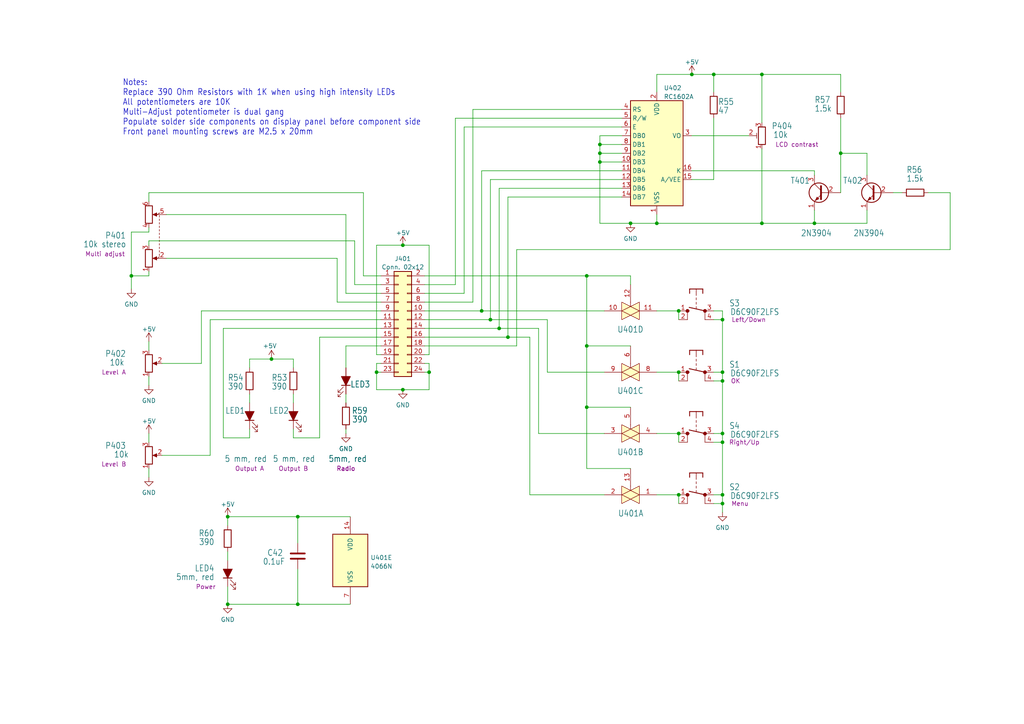
<source format=kicad_sch>
(kicad_sch (version 20211123) (generator eeschema)
  (paper "A4")
  (title_block (title "Display board") (date "2022-07-30"))
  (lib_symbols
    (symbol "4xxx:4066" (pin_names (offset 1.016))
      (property "Reference" "U" (at -7.62 8.89 0))
      (property "Value" "4066" (at -7.62 -8.89 0))
      (symbol "4066_1_0"
        (polyline (pts (xy 0 1.27) (xy 0 2.54)) (stroke (width 0.1524)))
        (polyline (pts (xy -2.54 0) (xy 2.54 2.54) (xy 2.54 -2.54) (xy -2.54 0)) (fill (type background)))
        (polyline (pts (xy -2.54 2.54) (xy 2.54 0) (xy -2.54 -2.54) (xy -2.54 2.54)) (fill (type background)))
        (pin passive line (at -7.62 0 0) (length 5.08) (name "~") (number "1"))
        (pin input line (at 0 7.62 270) (length 5.08) (name "~") (number "13"))
        (pin passive line (at 7.62 0 180) (length 5.08) (name "~") (number "2"))
      )
      (symbol "4066_2_0"
        (polyline (pts (xy 0 1.27) (xy 0 2.54)) (stroke (width 0.1524)))
        (polyline (pts (xy -2.54 0) (xy 2.54 2.54) (xy 2.54 -2.54) (xy -2.54 0)) (fill (type background)))
        (polyline (pts (xy -2.54 2.54) (xy 2.54 0) (xy -2.54 -2.54) (xy -2.54 2.54)) (fill (type background)))
        (pin passive line (at 7.62 0 180) (length 5.08) (name "~") (number "3"))
        (pin passive line (at -7.62 0 0) (length 5.08) (name "~") (number "4"))
        (pin input line (at 0 7.62 270) (length 5.08) (name "~") (number "5"))
      )
      (symbol "4066_3_0"
        (polyline (pts (xy 0 1.27) (xy 0 2.54)) (stroke (width 0.1524)))
        (polyline (pts (xy -2.54 0) (xy 2.54 2.54) (xy 2.54 -2.54) (xy -2.54 0)) (fill (type background)))
        (polyline (pts (xy -2.54 2.54) (xy 2.54 0) (xy -2.54 -2.54) (xy -2.54 2.54)) (fill (type background)))
        (pin input line (at 0 7.62 270) (length 5.08) (name "~") (number "6"))
        (pin passive line (at -7.62 0 0) (length 5.08) (name "~") (number "8"))
        (pin passive line (at 7.62 0 180) (length 5.08) (name "~") (number "9"))
      )
      (symbol "4066_4_0"
        (polyline (pts (xy 0 1.27) (xy 0 2.54)) (stroke (width 0.1524)))
        (polyline (pts (xy -2.54 0) (xy 2.54 2.54) (xy 2.54 -2.54) (xy -2.54 0)) (fill (type background)))
        (polyline (pts (xy -2.54 2.54) (xy 2.54 0) (xy -2.54 -2.54) (xy -2.54 2.54)) (fill (type background)))
        (pin passive line (at 7.62 0 180) (length 5.08) (name "~") (number "10"))
        (pin passive line (at -7.62 0 0) (length 5.08) (name "~") (number "11"))
        (pin input line (at 0 7.62 270) (length 5.08) (name "~") (number "12"))
      )
      (symbol "4066_5_0"
        (pin power_in line (at 0 12.7 270) (length 5.08) (name "VDD") (number "14"))
        (pin power_in line (at 0 -12.7 90) (length 5.08) (name "VSS") (number "7"))
      )
      (symbol "4066_5_1"
        (rectangle (start -5.08 7.62) (end 5.08 -7.62) (stroke (width 0.254)) (fill (type background)))
      )
    )
    (symbol "Connector_Generic:Conn_02x12_Odd_Even" (pin_names (offset 1.016) hide)
      (property "Reference" "J" (at 1.27 15.24 0))
      (property "Value" "Conn_02x12_Odd_Even" (at 1.27 -17.78 0))
      (symbol "Conn_02x12_Odd_Even_1_1"
        (rectangle (start -1.27 -15.113) (end 0 -15.367) (stroke (width 0.1524)))
        (rectangle (start -1.27 -12.573) (end 0 -12.827) (stroke (width 0.1524)))
        (rectangle (start -1.27 -10.033) (end 0 -10.287) (stroke (width 0.1524)))
        (rectangle (start -1.27 -7.493) (end 0 -7.747) (stroke (width 0.1524)))
        (rectangle (start -1.27 -4.953) (end 0 -5.207) (stroke (width 0.1524)))
        (rectangle (start -1.27 -2.413) (end 0 -2.667) (stroke (width 0.1524)))
        (rectangle (start -1.27 0.127) (end 0 -0.127) (stroke (width 0.1524)))
        (rectangle (start -1.27 2.667) (end 0 2.413) (stroke (width 0.1524)))
        (rectangle (start -1.27 5.207) (end 0 4.953) (stroke (width 0.1524)))
        (rectangle (start -1.27 7.747) (end 0 7.493) (stroke (width 0.1524)))
        (rectangle (start -1.27 10.287) (end 0 10.033) (stroke (width 0.1524)))
        (rectangle (start -1.27 12.827) (end 0 12.573) (stroke (width 0.1524)))
        (rectangle (start -1.27 13.97) (end 3.81 -16.51) (stroke (width 0.254)) (fill (type background)))
        (rectangle (start 3.81 -15.113) (end 2.54 -15.367) (stroke (width 0.1524)))
        (rectangle (start 3.81 -12.573) (end 2.54 -12.827) (stroke (width 0.1524)))
        (rectangle (start 3.81 -10.033) (end 2.54 -10.287) (stroke (width 0.1524)))
        (rectangle (start 3.81 -7.493) (end 2.54 -7.747) (stroke (width 0.1524)))
        (rectangle (start 3.81 -4.953) (end 2.54 -5.207) (stroke (width 0.1524)))
        (rectangle (start 3.81 -2.413) (end 2.54 -2.667) (stroke (width 0.1524)))
        (rectangle (start 3.81 0.127) (end 2.54 -0.127) (stroke (width 0.1524)))
        (rectangle (start 3.81 2.667) (end 2.54 2.413) (stroke (width 0.1524)))
        (rectangle (start 3.81 5.207) (end 2.54 4.953) (stroke (width 0.1524)))
        (rectangle (start 3.81 7.747) (end 2.54 7.493) (stroke (width 0.1524)))
        (rectangle (start 3.81 10.287) (end 2.54 10.033) (stroke (width 0.1524)))
        (rectangle (start 3.81 12.827) (end 2.54 12.573) (stroke (width 0.1524)))
        (pin passive line (at -5.08 12.7 0) (length 3.81) (name "Pin_1") (number "1"))
        (pin passive line (at 7.62 2.54 180) (length 3.81) (name "Pin_10") (number "10"))
        (pin passive line (at -5.08 0 0) (length 3.81) (name "Pin_11") (number "11"))
        (pin passive line (at 7.62 0 180) (length 3.81) (name "Pin_12") (number "12"))
        (pin passive line (at -5.08 -2.54 0) (length 3.81) (name "Pin_13") (number "13"))
        (pin passive line (at 7.62 -2.54 180) (length 3.81) (name "Pin_14") (number "14"))
        (pin passive line (at -5.08 -5.08 0) (length 3.81) (name "Pin_15") (number "15"))
        (pin passive line (at 7.62 -5.08 180) (length 3.81) (name "Pin_16") (number "16"))
        (pin passive line (at -5.08 -7.62 0) (length 3.81) (name "Pin_17") (number "17"))
        (pin passive line (at 7.62 -7.62 180) (length 3.81) (name "Pin_18") (number "18"))
        (pin passive line (at -5.08 -10.16 0) (length 3.81) (name "Pin_19") (number "19"))
        (pin passive line (at 7.62 12.7 180) (length 3.81) (name "Pin_2") (number "2"))
        (pin passive line (at 7.62 -10.16 180) (length 3.81) (name "Pin_20") (number "20"))
        (pin passive line (at -5.08 -12.7 0) (length 3.81) (name "Pin_21") (number "21"))
        (pin passive line (at 7.62 -12.7 180) (length 3.81) (name "Pin_22") (number "22"))
        (pin passive line (at -5.08 -15.24 0) (length 3.81) (name "Pin_23") (number "23"))
        (pin passive line (at 7.62 -15.24 180) (length 3.81) (name "Pin_24") (number "24"))
        (pin passive line (at -5.08 10.16 0) (length 3.81) (name "Pin_3") (number "3"))
        (pin passive line (at 7.62 10.16 180) (length 3.81) (name "Pin_4") (number "4"))
        (pin passive line (at -5.08 7.62 0) (length 3.81) (name "Pin_5") (number "5"))
        (pin passive line (at 7.62 7.62 180) (length 3.81) (name "Pin_6") (number "6"))
        (pin passive line (at -5.08 5.08 0) (length 3.81) (name "Pin_7") (number "7"))
        (pin passive line (at 7.62 5.08 180) (length 3.81) (name "Pin_8") (number "8"))
        (pin passive line (at -5.08 2.54 0) (length 3.81) (name "Pin_9") (number "9"))
      )
    )
    (symbol "Device:C" (pin_numbers hide) (pin_names (offset 0.254))
      (property "Reference" "C" (at 0.635 2.54 0))
      (property "Value" "C" (at 0.635 -2.54 0))
      (symbol "C_0_1"
        (polyline (pts (xy -2.032 -0.762) (xy 2.032 -0.762)) (stroke (width 0.508)))
        (polyline (pts (xy -2.032 0.762) (xy 2.032 0.762)) (stroke (width 0.508)))
      )
      (symbol "C_1_1"
        (pin passive line (at 0 3.81 270) (length 2.794) (name "~") (number "1"))
        (pin passive line (at 0 -3.81 90) (length 2.794) (name "~") (number "2"))
      )
    )
    (symbol "Device:LED_Filled" (pin_numbers hide) (pin_names (offset 1.016) hide)
      (property "Reference" "D" (at 0 2.54 0))
      (property "Value" "LED_Filled" (at 0 -2.54 0))
      (symbol "LED_Filled_0_1"
        (polyline (pts (xy -1.27 -1.27) (xy -1.27 1.27)) (stroke (width 0.254)))
        (polyline (pts (xy -1.27 0) (xy 1.27 0)))
        (polyline (pts (xy 1.27 -1.27) (xy 1.27 1.27) (xy -1.27 0) (xy 1.27 -1.27)) (stroke (width 0.254)) (fill (type outline)))
        (polyline (pts (xy -3.048 -0.762) (xy -4.572 -2.286) (xy -3.81 -2.286) (xy -4.572 -2.286) (xy -4.572 -1.524)))
        (polyline (pts (xy -1.778 -0.762) (xy -3.302 -2.286) (xy -2.54 -2.286) (xy -3.302 -2.286) (xy -3.302 -1.524)))
      )
      (symbol "LED_Filled_1_1"
        (pin passive line (at -3.81 0 0) (length 2.54) (name "K") (number "1"))
        (pin passive line (at 3.81 0 180) (length 2.54) (name "A") (number "2"))
      )
    )
    (symbol "Device:R" (pin_numbers hide) (pin_names (offset 0))
      (property "Reference" "R" (at 2.032 0 90))
      (property "Value" "R" (at 0 0 90))
      (symbol "R_0_1"
        (rectangle (start -1.016 -2.54) (end 1.016 2.54) (stroke (width 0.254)))
      )
      (symbol "R_1_1"
        (pin passive line (at 0 3.81 270) (length 1.27) (name "~") (number "1"))
        (pin passive line (at 0 -3.81 90) (length 1.27) (name "~") (number "2"))
      )
    )
    (symbol "Device:R_Potentiometer" (pin_names (offset 1.016) hide)
      (property "Reference" "RV" (at -4.445 0 90))
      (property "Value" "R_Potentiometer" (at -2.54 0 90))
      (symbol "R_Potentiometer_0_1"
        (polyline (pts (xy 2.54 0) (xy 1.524 0)))
        (polyline (pts (xy 1.143 0) (xy 2.286 0.508) (xy 2.286 -0.508) (xy 1.143 0)) (fill (type outline)))
        (rectangle (start 1.016 2.54) (end -1.016 -2.54) (stroke (width 0.254)))
      )
      (symbol "R_Potentiometer_1_1"
        (pin passive line (at 0 3.81 270) (length 1.27) (name "1") (number "1"))
        (pin passive line (at 3.81 0 180) (length 1.27) (name "2") (number "2"))
        (pin passive line (at 0 -3.81 90) (length 1.27) (name "3") (number "3"))
      )
    )
    (symbol "Device:R_Potentiometer_Dual" (pin_names (offset 1.016) hide)
      (property "Reference" "RV" (at 0 3.81 0))
      (property "Value" "R_Potentiometer_Dual" (at 0 1.905 0))
      (symbol "R_Potentiometer_Dual_0_1"
        (rectangle (start -8.89 -1.524) (end -3.81 -3.556) (stroke (width 0.254)))
        (polyline (pts (xy -6.35 0) (xy -6.35 -1.016)))
        (polyline (pts (xy -6.35 0) (xy -6.35 -1.016)))
        (polyline (pts (xy -6.35 0) (xy -5.842 0.508)))
        (polyline (pts (xy -5.588 0.508) (xy -5.08 0.508)))
        (polyline (pts (xy -4.572 0.508) (xy -4.064 0.508)))
        (polyline (pts (xy -3.556 0.508) (xy -3.048 0.508)))
        (polyline (pts (xy -2.54 0.508) (xy -2.032 0.508)))
        (polyline (pts (xy -1.524 0.508) (xy -1.016 0.508)))
        (polyline (pts (xy -0.508 0.508) (xy 0 0.508)))
        (polyline (pts (xy 0.508 0.508) (xy 1.016 0.508)))
        (polyline (pts (xy 1.524 0.508) (xy 2.032 0.508)))
        (polyline (pts (xy 2.54 0.508) (xy 3.048 0.508)))
        (polyline (pts (xy 3.556 0.508) (xy 4.064 0.508)))
        (polyline (pts (xy 4.572 0.508) (xy 5.08 0.508)))
        (polyline (pts (xy 5.588 0.508) (xy 6.096 0.508)))
        (polyline (pts (xy 6.35 0) (xy 6.35 -1.016)))
        (polyline (pts (xy 6.35 0) (xy 6.35 -1.016)))
        (polyline (pts (xy 6.604 0.508) (xy 6.858 0.508) (xy 6.35 0)))
        (polyline (pts (xy -6.35 -1.397) (xy -6.858 -0.254) (xy -5.842 -0.254) (xy -6.35 -1.397)) (fill (type outline)))
        (polyline (pts (xy 6.35 -1.397) (xy 5.842 -0.254) (xy 6.858 -0.254) (xy 6.35 -1.397)) (fill (type outline)))
        (rectangle (start 3.81 -1.524) (end 8.89 -3.556) (stroke (width 0.254)))
      )
      (symbol "R_Potentiometer_Dual_1_1"
        (pin passive line (at -10.16 -2.54 0) (length 1.27) (name "1") (number "1"))
        (pin passive line (at -6.35 2.54 270) (length 2.54) (name "2") (number "2"))
        (pin passive line (at -2.54 -2.54 180) (length 1.27) (name "3") (number "3"))
        (pin passive line (at 2.54 -2.54 0) (length 1.27) (name "4") (number "4"))
        (pin passive line (at 6.35 2.54 270) (length 2.54) (name "5") (number "5"))
        (pin passive line (at 10.16 -2.54 180) (length 1.27) (name "6") (number "6"))
      )
    )
    (symbol "Device:R_Potentiometer_Trim" (pin_names (offset 1.016) hide)
      (property "Reference" "RV" (at -4.445 0 90))
      (property "Value" "R_Potentiometer_Trim" (at -2.54 0 90))
      (symbol "R_Potentiometer_Trim_0_1"
        (polyline (pts (xy 1.524 0.762) (xy 1.524 -0.762)))
        (polyline (pts (xy 2.54 0) (xy 1.524 0)))
        (rectangle (start 1.016 2.54) (end -1.016 -2.54) (stroke (width 0.254)))
      )
      (symbol "R_Potentiometer_Trim_1_1"
        (pin passive line (at 0 3.81 270) (length 1.27) (name "1") (number "1"))
        (pin passive line (at 3.81 0 180) (length 1.27) (name "2") (number "2"))
        (pin passive line (at 0 -3.81 90) (length 1.27) (name "3") (number "3"))
      )
    )
    (symbol "Display_Character:RC1602A"
      (property "Reference" "U" (at -6.35 16.51 0))
      (property "Value" "RC1602A" (at 2.794 16.51 0))
      (symbol "RC1602A_0_1"
        (rectangle (start -7.62 15.24) (end 7.62 -15.24) (stroke (width 0.254)) (fill (type background)))
      )
      (symbol "RC1602A_1_1"
        (pin power_in line (at 0 -17.78 90) (length 2.54) (name "VSS") (number "1"))
        (pin bidirectional line (at -10.16 -2.54 0) (length 2.54) (name "DB3") (number "10"))
        (pin bidirectional line (at -10.16 -5.08 0) (length 2.54) (name "DB4") (number "11"))
        (pin bidirectional line (at -10.16 -7.62 0) (length 2.54) (name "DB5") (number "12"))
        (pin bidirectional line (at -10.16 -10.16 0) (length 2.54) (name "DB6") (number "13"))
        (pin bidirectional line (at -10.16 -12.7 0) (length 2.54) (name "DB7") (number "14"))
        (pin power_in line (at 10.16 -7.62 180) (length 2.54) (name "A/VEE") (number "15"))
        (pin power_in line (at 10.16 -5.08 180) (length 2.54) (name "K") (number "16"))
        (pin power_in line (at 0 17.78 270) (length 2.54) (name "VDD") (number "2"))
        (pin power_in line (at 10.16 5.08 180) (length 2.54) (name "VO") (number "3"))
        (pin input line (at -10.16 12.7 0) (length 2.54) (name "RS") (number "4"))
        (pin input line (at -10.16 10.16 0) (length 2.54) (name "R/W") (number "5"))
        (pin input line (at -10.16 7.62 0) (length 2.54) (name "E") (number "6"))
        (pin bidirectional line (at -10.16 5.08 0) (length 2.54) (name "DB0") (number "7"))
        (pin bidirectional line (at -10.16 2.54 0) (length 2.54) (name "DB1") (number "8"))
        (pin bidirectional line (at -10.16 0 0) (length 2.54) (name "DB2") (number "9"))
      )
    )
    (symbol "Transistor_BJT:2N3904" (pin_names (offset 0) hide)
      (property "Reference" "Q" (at 5.08 1.905 0))
      (property "Value" "2N3904" (at 5.08 0 0))
      (symbol "2N3904_0_1"
        (polyline (pts (xy 0.635 0.635) (xy 2.54 2.54)))
        (polyline (pts (xy 0.635 -0.635) (xy 2.54 -2.54) (xy 2.54 -2.54)))
        (polyline (pts (xy 0.635 1.905) (xy 0.635 -1.905) (xy 0.635 -1.905)) (stroke (width 0.508)))
        (polyline (pts (xy 1.27 -1.778) (xy 1.778 -1.27) (xy 2.286 -2.286) (xy 1.27 -1.778) (xy 1.27 -1.778)) (fill (type outline)))
        (circle (center 1.27 0) (radius 2.8194) (stroke (width 0.254)))
      )
      (symbol "2N3904_1_1"
        (pin passive line (at 2.54 -5.08 90) (length 2.54) (name "E") (number "1"))
        (pin passive line (at -5.08 0 0) (length 5.715) (name "B") (number "2"))
        (pin passive line (at 2.54 5.08 270) (length 2.54) (name "C") (number "3"))
      )
    )
    (symbol "mk312-eagle-import:DTE6K"
      (property "Reference" "S" (at -6.985 -1.905 90))
      (property "Value" "DTE6K" (at -4.445 2.54 90))
      (symbol "DTE6K_1_0"
        (circle (center 0 -2.54) (radius 0.127) (stroke (width 0.4064)))
        (polyline (pts (xy -6.35 -1.905) (xy -5.08 -1.905)) (stroke (width 0.254)))
        (polyline (pts (xy -6.35 0) (xy -6.35 -1.905)) (stroke (width 0.254)))
        (polyline (pts (xy -6.35 0) (xy -4.445 0)) (stroke (width 0.1524)))
        (polyline (pts (xy -6.35 1.905) (xy -6.35 0)) (stroke (width 0.254)))
        (polyline (pts (xy -6.35 1.905) (xy -5.08 1.905)) (stroke (width 0.254)))
        (polyline (pts (xy -3.81 0) (xy -3.175 0)) (stroke (width 0.1524)))
        (polyline (pts (xy -2.54 0) (xy -1.905 0)) (stroke (width 0.1524)))
        (polyline (pts (xy -1.27 0) (xy -0.635 0)) (stroke (width 0.1524)))
        (polyline (pts (xy 0 -2.54) (xy -1.016 2.032)) (stroke (width 0.254)))
        (polyline (pts (xy 0 2.032) (xy 0 2.54)) (stroke (width 0.254)))
        (polyline (pts (xy 2.54 -2.54) (xy 0 -2.54)) (stroke (width 0.1524)))
        (polyline (pts (xy 2.54 2.54) (xy 0 2.54)) (stroke (width 0.1524)))
        (circle (center 0 2.54) (radius 0.127) (stroke (width 0.4064)))
        (pin passive line (at 0 5.08 270) (length 2.54) (name "S") (number "1"))
        (pin passive line (at 2.54 5.08 270) (length 2.54) (name "S@1") (number "2"))
        (pin passive line (at 0 -5.08 90) (length 2.54) (name "P") (number "3"))
        (pin passive line (at 2.54 -5.08 90) (length 2.54) (name "P@1") (number "4"))
      )
    )
    (symbol "power:+5V" (power) (pin_names (offset 0))
      (property "Value" "+5V" (at 0 3.556 0))
      (symbol "+5V_0_1"
        (polyline (pts (xy -0.762 1.27) (xy 0 2.54)))
        (polyline (pts (xy 0 0) (xy 0 2.54)))
        (polyline (pts (xy 0 2.54) (xy 0.762 1.27)))
      )
      (symbol "+5V_1_1"
        (pin power_in line (at 0 0 90) (length 0) hide (name "+5V") (number "1"))
      )
    )
    (symbol "power:GND" (power) (pin_names (offset 0))
      (property "Value" "GND" (at 0 -3.81 0))
      (symbol "GND_0_1"
        (polyline (pts (xy 0 0) (xy 0 -1.27) (xy 1.27 -1.27) (xy 0 -2.54) (xy -1.27 -1.27) (xy 0 -1.27)))
      )
      (symbol "GND_1_1"
        (pin power_in line (at 0 0 270) (length 0) hide (name "GND") (number "1"))
      )
    )
  )
  (junction (at 196.85 143.51))
  (junction (at 86.36 175.26))
  (junction (at 196.85 107.95))
  (junction (at 173.99 44.45))
  (junction (at 116.84 113.03))
  (junction (at 139.7 90.17))
  (junction (at 116.84 71.12))
  (junction (at 170.18 100.33))
  (junction (at 220.98 64.77))
  (junction (at 78.74 104.14))
  (junction (at 236.22 64.77))
  (junction (at 209.55 125.73))
  (junction (at 220.98 21.59))
  (junction (at 86.36 149.86))
  (junction (at 200.66 21.59))
  (junction (at 209.55 107.95))
  (junction (at 243.84 44.45))
  (junction (at 209.55 110.49))
  (junction (at 170.18 80.01))
  (junction (at 38.1 80.01))
  (junction (at 209.55 92.71))
  (junction (at 209.55 146.05))
  (junction (at 173.99 46.99))
  (junction (at 170.18 118.11))
  (junction (at 173.99 41.91))
  (junction (at 196.85 90.17))
  (junction (at 142.24 92.71))
  (junction (at 124.46 107.95))
  (junction (at 196.85 125.73))
  (junction (at 66.04 175.26))
  (junction (at 207.01 21.59))
  (junction (at 144.78 95.25))
  (junction (at 190.5 64.77))
  (junction (at 209.55 128.27))
  (junction (at 66.04 149.86))
  (junction (at 182.88 64.77))
  (junction (at 209.55 143.51))
  (junction (at 109.22 107.95))
  (junction (at 147.32 97.79))
  (wire (pts (xy 102.87 82.55) (xy 110.49 82.55)))
  (wire (pts (xy 110.49 80.01) (xy 105.41 80.01)))
  (wire (pts (xy 144.78 95.25) (xy 156.21 95.25)))
  (wire (pts (xy 64.77 95.25) (xy 110.49 95.25)))
  (wire (pts (xy 86.36 149.86) (xy 86.36 157.48)))
  (wire (pts (xy 48.26 74.93) (xy 97.79 74.93)))
  (wire (pts (xy 220.98 43.18) (xy 220.98 64.77)))
  (wire (pts (xy 100.33 106.68) (xy 100.33 100.33)))
  (wire (pts (xy 147.32 57.15) (xy 180.34 57.15)))
  (wire (pts (xy 243.84 44.45) (xy 243.84 55.88)))
  (wire (pts (xy 209.55 143.51) (xy 209.55 146.05)))
  (wire (pts (xy 110.49 92.71) (xy 60.96 92.71)))
  (wire (pts (xy 182.88 80.01) (xy 182.88 82.55)))
  (wire (pts (xy 110.49 87.63) (xy 97.79 87.63)))
  (wire (pts (xy 207.01 125.73) (xy 209.55 125.73)))
  (wire (pts (xy 190.5 21.59) (xy 190.5 26.67)))
  (wire (pts (xy 72.39 114.3) (xy 72.39 116.84)))
  (wire (pts (xy 38.1 67.31) (xy 38.1 80.01)))
  (wire (pts (xy 190.5 64.77) (xy 182.88 64.77)))
  (wire (pts (xy 132.08 34.29) (xy 132.08 82.55)))
  (wire (pts (xy 209.55 110.49) (xy 209.55 125.73)))
  (wire (pts (xy 207.01 146.05) (xy 209.55 146.05)))
  (wire (pts (xy 147.32 97.79) (xy 153.67 97.79)))
  (wire (pts (xy 173.99 39.37) (xy 173.99 41.91)))
  (wire (pts (xy 105.41 80.01) (xy 105.41 55.88)))
  (wire (pts (xy 259.08 55.88) (xy 261.62 55.88)))
  (wire (pts (xy 132.08 34.29) (xy 180.34 34.29)))
  (wire (pts (xy 207.01 92.71) (xy 209.55 92.71)))
  (wire (pts (xy 66.04 160.02) (xy 66.04 162.56)))
  (wire (pts (xy 156.21 95.25) (xy 156.21 125.73)))
  (wire (pts (xy 236.22 49.53) (xy 236.22 50.8)))
  (wire (pts (xy 85.09 114.3) (xy 85.09 116.84)))
  (wire (pts (xy 72.39 104.14) (xy 78.74 104.14)))
  (wire (pts (xy 109.22 107.95) (xy 110.49 107.95)))
  (wire (pts (xy 123.19 80.01) (xy 170.18 80.01)))
  (wire (pts (xy 147.32 97.79) (xy 147.32 57.15)))
  (wire (pts (xy 109.22 102.87) (xy 110.49 102.87)))
  (wire (pts (xy 124.46 105.41) (xy 123.19 105.41)))
  (wire (pts (xy 142.24 52.07) (xy 180.34 52.07)))
  (wire (pts (xy 149.86 72.39) (xy 275.59 72.39)))
  (wire (pts (xy 86.36 165.1) (xy 86.36 175.26)))
  (wire (pts (xy 190.5 107.95) (xy 196.85 107.95)))
  (wire (pts (xy 60.96 132.08) (xy 46.99 132.08)))
  (wire (pts (xy 123.19 92.71) (xy 142.24 92.71)))
  (wire (pts (xy 209.55 125.73) (xy 209.55 128.27)))
  (wire (pts (xy 170.18 100.33) (xy 170.18 118.11)))
  (wire (pts (xy 207.01 90.17) (xy 209.55 90.17)))
  (wire (pts (xy 173.99 46.99) (xy 173.99 64.77)))
  (wire (pts (xy 100.33 124.46) (xy 100.33 125.73)))
  (wire (pts (xy 43.18 109.22) (xy 43.18 111.76)))
  (wire (pts (xy 134.62 85.09) (xy 134.62 36.83)))
  (wire (pts (xy 207.01 21.59) (xy 220.98 21.59)))
  (wire (pts (xy 190.5 21.59) (xy 200.66 21.59)))
  (wire (pts (xy 86.36 175.26) (xy 101.6 175.26)))
  (wire (pts (xy 72.39 106.68) (xy 72.39 104.14)))
  (wire (pts (xy 43.18 55.88) (xy 43.18 58.42)))
  (wire (pts (xy 43.18 78.74) (xy 43.18 80.01)))
  (wire (pts (xy 175.26 143.51) (xy 153.67 143.51)))
  (wire (pts (xy 48.26 62.23) (xy 100.33 62.23)))
  (wire (pts (xy 207.01 107.95) (xy 209.55 107.95)))
  (wire (pts (xy 209.55 128.27) (xy 209.55 143.51)))
  (wire (pts (xy 72.39 127) (xy 72.39 124.46)))
  (wire (pts (xy 66.04 149.86) (xy 66.04 152.4)))
  (wire (pts (xy 190.5 90.17) (xy 196.85 90.17)))
  (wire (pts (xy 207.01 52.07) (xy 207.01 34.29)))
  (wire (pts (xy 207.01 110.49) (xy 209.55 110.49)))
  (wire (pts (xy 43.18 125.73) (xy 43.18 128.27)))
  (wire (pts (xy 123.19 102.87) (xy 124.46 102.87)))
  (wire (pts (xy 190.5 143.51) (xy 196.85 143.51)))
  (wire (pts (xy 137.16 31.75) (xy 180.34 31.75)))
  (wire (pts (xy 123.19 95.25) (xy 144.78 95.25)))
  (wire (pts (xy 170.18 135.89) (xy 182.88 135.89)))
  (wire (pts (xy 220.98 64.77) (xy 190.5 64.77)))
  (wire (pts (xy 149.86 100.33) (xy 149.86 72.39)))
  (wire (pts (xy 153.67 97.79) (xy 153.67 143.51)))
  (wire (pts (xy 85.09 124.46) (xy 85.09 127)))
  (wire (pts (xy 173.99 41.91) (xy 180.34 41.91)))
  (wire (pts (xy 207.01 128.27) (xy 209.55 128.27)))
  (wire (pts (xy 85.09 104.14) (xy 85.09 106.68)))
  (wire (pts (xy 92.71 97.79) (xy 110.49 97.79)))
  (wire (pts (xy 173.99 44.45) (xy 173.99 46.99)))
  (wire (pts (xy 196.85 90.17) (xy 196.85 92.71)))
  (wire (pts (xy 180.34 39.37) (xy 173.99 39.37)))
  (wire (pts (xy 196.85 143.51) (xy 196.85 146.05)))
  (wire (pts (xy 102.87 69.85) (xy 102.87 82.55)))
  (wire (pts (xy 43.18 69.85) (xy 102.87 69.85)))
  (wire (pts (xy 220.98 21.59) (xy 220.98 35.56)))
  (wire (pts (xy 207.01 143.51) (xy 209.55 143.51)))
  (wire (pts (xy 38.1 80.01) (xy 38.1 83.82)))
  (wire (pts (xy 64.77 127) (xy 72.39 127)))
  (wire (pts (xy 236.22 64.77) (xy 251.46 64.77)))
  (wire (pts (xy 116.84 71.12) (xy 109.22 71.12)))
  (wire (pts (xy 182.88 64.77) (xy 173.99 64.77)))
  (wire (pts (xy 92.71 127) (xy 85.09 127)))
  (wire (pts (xy 123.19 97.79) (xy 147.32 97.79)))
  (wire (pts (xy 100.33 100.33) (xy 110.49 100.33)))
  (wire (pts (xy 196.85 107.95) (xy 196.85 110.49)))
  (wire (pts (xy 139.7 90.17) (xy 139.7 49.53)))
  (wire (pts (xy 209.55 92.71) (xy 209.55 107.95)))
  (wire (pts (xy 43.18 71.12) (xy 43.18 69.85)))
  (wire (pts (xy 46.99 105.41) (xy 58.42 105.41)))
  (wire (pts (xy 175.26 107.95) (xy 158.75 107.95)))
  (wire (pts (xy 190.5 62.23) (xy 190.5 64.77)))
  (wire (pts (xy 209.55 146.05) (xy 209.55 148.59)))
  (wire (pts (xy 251.46 44.45) (xy 251.46 50.8)))
  (wire (pts (xy 220.98 21.59) (xy 243.84 21.59)))
  (wire (pts (xy 173.99 46.99) (xy 180.34 46.99)))
  (wire (pts (xy 66.04 175.26) (xy 86.36 175.26)))
  (wire (pts (xy 269.24 55.88) (xy 275.59 55.88)))
  (wire (pts (xy 124.46 102.87) (xy 124.46 71.12)))
  (wire (pts (xy 97.79 87.63) (xy 97.79 74.93)))
  (wire (pts (xy 86.36 149.86) (xy 101.6 149.86)))
  (wire (pts (xy 109.22 107.95) (xy 109.22 113.03)))
  (wire (pts (xy 123.19 85.09) (xy 134.62 85.09)))
  (wire (pts (xy 200.66 39.37) (xy 217.17 39.37)))
  (wire (pts (xy 110.49 90.17) (xy 58.42 90.17)))
  (wire (pts (xy 124.46 71.12) (xy 116.84 71.12)))
  (wire (pts (xy 100.33 85.09) (xy 100.33 62.23)))
  (wire (pts (xy 207.01 26.67) (xy 207.01 21.59)))
  (wire (pts (xy 173.99 44.45) (xy 180.34 44.45)))
  (wire (pts (xy 38.1 67.31) (xy 43.18 67.31)))
  (wire (pts (xy 200.66 21.59) (xy 207.01 21.59)))
  (wire (pts (xy 275.59 72.39) (xy 275.59 55.88)))
  (wire (pts (xy 109.22 71.12) (xy 109.22 102.87)))
  (wire (pts (xy 200.66 52.07) (xy 207.01 52.07)))
  (wire (pts (xy 175.26 125.73) (xy 156.21 125.73)))
  (wire (pts (xy 137.16 87.63) (xy 137.16 31.75)))
  (wire (pts (xy 110.49 85.09) (xy 100.33 85.09)))
  (wire (pts (xy 116.84 113.03) (xy 124.46 113.03)))
  (wire (pts (xy 64.77 95.25) (xy 64.77 127)))
  (wire (pts (xy 200.66 49.53) (xy 236.22 49.53)))
  (wire (pts (xy 43.18 99.06) (xy 43.18 101.6)))
  (wire (pts (xy 139.7 49.53) (xy 180.34 49.53)))
  (wire (pts (xy 236.22 60.96) (xy 236.22 64.77)))
  (wire (pts (xy 110.49 105.41) (xy 109.22 105.41)))
  (wire (pts (xy 123.19 87.63) (xy 137.16 87.63)))
  (wire (pts (xy 43.18 67.31) (xy 43.18 66.04)))
  (wire (pts (xy 196.85 125.73) (xy 196.85 128.27)))
  (wire (pts (xy 139.7 90.17) (xy 175.26 90.17)))
  (wire (pts (xy 109.22 105.41) (xy 109.22 107.95)))
  (wire (pts (xy 123.19 100.33) (xy 149.86 100.33)))
  (wire (pts (xy 182.88 100.33) (xy 170.18 100.33)))
  (wire (pts (xy 170.18 118.11) (xy 182.88 118.11)))
  (wire (pts (xy 243.84 34.29) (xy 243.84 44.45)))
  (wire (pts (xy 124.46 107.95) (xy 124.46 105.41)))
  (wire (pts (xy 66.04 170.18) (xy 66.04 175.26)))
  (wire (pts (xy 173.99 41.91) (xy 173.99 44.45)))
  (wire (pts (xy 134.62 36.83) (xy 180.34 36.83)))
  (wire (pts (xy 109.22 113.03) (xy 116.84 113.03)))
  (wire (pts (xy 243.84 44.45) (xy 251.46 44.45)))
  (wire (pts (xy 60.96 92.71) (xy 60.96 132.08)))
  (wire (pts (xy 158.75 107.95) (xy 158.75 92.71)))
  (wire (pts (xy 124.46 113.03) (xy 124.46 107.95)))
  (wire (pts (xy 43.18 55.88) (xy 105.41 55.88)))
  (wire (pts (xy 142.24 92.71) (xy 158.75 92.71)))
  (wire (pts (xy 251.46 64.77) (xy 251.46 60.96)))
  (wire (pts (xy 190.5 125.73) (xy 196.85 125.73)))
  (wire (pts (xy 142.24 92.71) (xy 142.24 52.07)))
  (wire (pts (xy 209.55 107.95) (xy 209.55 110.49)))
  (wire (pts (xy 170.18 118.11) (xy 170.18 135.89)))
  (wire (pts (xy 92.71 97.79) (xy 92.71 127)))
  (wire (pts (xy 144.78 54.61) (xy 144.78 95.25)))
  (wire (pts (xy 43.18 135.89) (xy 43.18 138.43)))
  (wire (pts (xy 66.04 149.86) (xy 86.36 149.86)))
  (wire (pts (xy 209.55 90.17) (xy 209.55 92.71)))
  (wire (pts (xy 123.19 90.17) (xy 139.7 90.17)))
  (wire (pts (xy 243.84 26.67) (xy 243.84 21.59)))
  (wire (pts (xy 43.18 80.01) (xy 38.1 80.01)))
  (wire (pts (xy 123.19 82.55) (xy 132.08 82.55)))
  (wire (pts (xy 180.34 54.61) (xy 144.78 54.61)))
  (wire (pts (xy 58.42 90.17) (xy 58.42 105.41)))
  (wire (pts (xy 170.18 80.01) (xy 170.18 100.33)))
  (wire (pts (xy 170.18 80.01) (xy 182.88 80.01)))
  (wire (pts (xy 220.98 64.77) (xy 236.22 64.77)))
  (wire (pts (xy 100.33 114.3) (xy 100.33 116.84)))
  (wire (pts (xy 123.19 107.95) (xy 124.46 107.95)))
  (wire (pts (xy 78.74 104.14) (xy 85.09 104.14)))
  (text "Notes:\nReplace 390 Ohm Resistors with 1K when using high intensity LEDs\nAll potentiometers are 10K\nMulti-Adjust potentiometer is dual gang\nPopulate solder side components on display panel before component side\nFront panel mounting screws are M2.5 x 20mm" (at 35.56 39.37 0) (effects (font (size 1.778 1.5113)) (justify left bottom)))
  (symbol (lib_id "power:GND") (at 116.84 113.03 0) (mirror y) (unit 1)
    (property "Reference" "#PWR0104" (effects hide))
    (property "Value" "GND" (at 116.84 117.4734 0))
  )
  (symbol (lib_id "Device:LED_Filled") (at 85.09 120.65 90) (unit 1)
    (property "Reference" "LED2" (at 83.82 118.11 90) (effects (font (size 1.778 1.5113)) (justify left bottom)))
    (property "Value" "5 mm, red" (at 91.44 132.08 90) (effects (font (size 1.778 1.5113)) (justify left bottom)))
    (property "Footprint" "LED_THT:LED_D5.0mm" (effects hide))
    (property "Function" "Output B" (at 85.09 135.89 90))
  )
  (symbol (lib_id "mk312-eagle-import:DTE6K") (at 201.93 90.17 90) (mirror x) (unit 1)
    (property "Reference" "S3" (at 214.63 88.9 90) (effects (font (size 1.778 1.5113)) (justify left bottom)))
    (property "Value" "D6C90F2LFS" (at 226.06 91.44 90) (effects (font (size 1.778 1.5113)) (justify left bottom)))
    (property "Footprint" "mk312:DTE6K" (effects hide))
    (property "Function" "Left/Down" (at 217.17 92.71 90))
  )
  (symbol (lib_id "Device:LED_Filled") (at 100.33 110.49 270) (mirror x) (unit 1)
    (property "Reference" "LED3" (at 101.6 110.49 90) (effects (font (size 1.778 1.5113)) (justify left bottom)))
    (property "Value" "5mm, red" (at 95.25 132.08 90) (effects (font (size 1.778 1.5113)) (justify left bottom)))
    (property "Footprint" "LED_THT:LED_D5.0mm" (effects hide))
    (property "Function" "Radio" (at 100.33 135.89 90))
  )
  (symbol (lib_id "power:+5V") (at 66.04 149.86 0) (unit 1)
    (property "Reference" "#PWR0108" (effects hide))
    (property "Value" "+5V" (at 66.04 146.2842 0))
  )
  (symbol (lib_id "4xxx:4066") (at 182.88 125.73 0) (mirror y) (unit 2)
    (property "Reference" "U401" (at 186.69 132.08 0) (effects (font (size 1.778 1.5113)) (justify left bottom)))
    (property "Value" "4066N" (effects hide))
    (property "Footprint" "Package_DIP:DIP-14_W7.62mm" (effects hide))
    (property "Datasheet" "http://www.ti.com/lit/ds/symlink/cd4066b.pdf" (effects hide))
  )
  (symbol (lib_id "Device:R") (at 243.84 30.48 0) (mirror x) (unit 1)
    (property "Reference" "R57" (at 236.22 27.94 0) (effects (font (size 1.778 1.5113)) (justify left bottom)))
    (property "Value" "1.5k" (at 236.22 30.48 0) (effects (font (size 1.778 1.5113)) (justify left bottom)))
    (property "Footprint" "Resistor_THT:R_Axial_DIN0207_L6.3mm_D2.5mm_P10.16mm_Horizontal" (effects hide))
  )
  (symbol (lib_id "power:+5V") (at 200.66 21.59 0) (unit 1)
    (property "Reference" "#PWR0111" (effects hide))
    (property "Value" "+5V" (at 200.66 18.0142 0))
  )
  (symbol (lib_id "Device:R_Potentiometer") (at 43.18 105.41 0) (mirror x) (unit 1)
    (property "Reference" "P402" (at 30.48 101.6 0) (effects (font (size 1.778 1.5113)) (justify left bottom)))
    (property "Value" "10k" (at 31.75 104.14 0) (effects (font (size 1.778 1.5113)) (justify left bottom)))
    (property "Footprint" "Potentiometer_THT:Potentiometer_Alps_RK09L_Single_Vertical" (effects hide))
    (property "Function" "Level A" (at 33.02 107.95 0))
  )
  (symbol (lib_id "Device:R") (at 72.39 110.49 0) (unit 1)
    (property "Reference" "R54" (at 66.04 110.49 0) (effects (font (size 1.778 1.5113)) (justify left bottom)))
    (property "Value" "390" (at 66.04 113.03 0) (effects (font (size 1.778 1.5113)) (justify left bottom)))
    (property "Footprint" "Resistor_THT:R_Axial_DIN0207_L6.3mm_D2.5mm_P10.16mm_Horizontal" (effects hide))
  )
  (symbol (lib_id "power:GND") (at 100.33 125.73 0) (mirror y) (unit 1)
    (property "Reference" "#PWR0106" (effects hide))
    (property "Value" "GND" (at 100.33 130.1734 0))
  )
  (symbol (lib_id "power:GND") (at 66.04 175.26 0) (mirror y) (unit 1)
    (property "Reference" "#PWR0109" (effects hide))
    (property "Value" "GND" (at 66.04 179.7034 0))
  )
  (symbol (lib_id "power:+5V") (at 78.74 104.14 0) (unit 1)
    (property "Reference" "#PWR0107" (effects hide))
    (property "Value" "+5V" (at 76.2 100.33 0) (effects (justify left)))
  )
  (symbol (lib_id "Device:R_Potentiometer_Trim") (at 220.98 39.37 180) (unit 1)
    (property "Reference" "P404" (at 229.87 35.56 0) (effects (font (size 1.778 1.5113)) (justify left bottom)))
    (property "Value" "10k" (at 228.6 38.1 0) (effects (font (size 1.778 1.5113)) (justify left bottom)))
    (property "Footprint" "mk312:B25P" (effects hide))
    (property "Function" "LCD contrast" (at 231.14 41.91 0))
  )
  (symbol (lib_id "power:+5V") (at 43.18 125.73 0) (unit 1)
    (property "Reference" "#PWR0401" (effects hide))
    (property "Value" "+5V" (at 43.18 122.1542 0))
  )
  (symbol (lib_id "Device:LED_Filled") (at 66.04 166.37 90) (unit 1)
    (property "Reference" "LED4" (at 62.23 163.83 90) (effects (font (size 1.778 1.5113)) (justify left bottom)))
    (property "Value" "5mm, red" (at 62.23 166.37 90) (effects (font (size 1.778 1.5113)) (justify left bottom)))
    (property "Footprint" "LED_THT:LED_D5.0mm" (effects hide))
    (property "Function" "Power" (at 59.69 170.18 90))
  )
  (symbol (lib_id "power:GND") (at 182.88 64.77 0) (mirror y) (unit 1)
    (property "Reference" "#PWR0110" (effects hide))
    (property "Value" "GND" (at 182.88 69.2134 0))
  )
  (symbol (lib_id "power:GND") (at 43.18 138.43 0) (mirror y) (unit 1)
    (property "Reference" "#PWR0402" (effects hide))
    (property "Value" "GND" (at 43.18 142.8734 0))
  )
  (symbol (lib_id "4xxx:4066") (at 182.88 90.17 0) (mirror y) (unit 4)
    (property "Reference" "U401" (at 186.69 96.52 0) (effects (font (size 1.778 1.5113)) (justify left bottom)))
    (property "Value" "4066N" (effects hide))
    (property "Footprint" "Package_DIP:DIP-14_W7.62mm" (effects hide))
    (property "Datasheet" "http://www.ti.com/lit/ds/symlink/cd4066b.pdf" (effects hide))
  )
  (symbol (lib_id "Device:R") (at 207.01 30.48 0) (unit 1)
    (property "Reference" "R55" (at 208.28 30.48 0) (effects (font (size 1.778 1.5113)) (justify left bottom)))
    (property "Value" "47" (at 208.28 33.02 0) (effects (font (size 1.778 1.5113)) (justify left bottom)))
    (property "Footprint" "Resistor_THT:R_Axial_DIN0207_L6.3mm_D2.5mm_P10.16mm_Horizontal" (effects hide))
  )
  (symbol (lib_id "Device:R_Potentiometer_Dual") (at 45.72 68.58 270) (mirror x) (unit 1)
    (property "Reference" "P401" (at 30.48 67.31 90) (effects (font (size 1.778 1.5113)) (justify left bottom)))
    (property "Value" "10k stereo" (at 24.13 69.85 90) (effects (font (size 1.778 1.5113)) (justify left bottom)))
    (property "Footprint" "Potentiometer_THT:Potentiometer_Alps_RK09L_Double_Vertical" (effects hide))
    (property "Comment" "ALPS 9mm snap in" (effects hide))
    (property "Function" "Multi adjust" (at 30.48 73.66 90))
  )
  (symbol (lib_id "mk312-eagle-import:DTE6K") (at 201.93 143.51 90) (mirror x) (unit 1)
    (property "Reference" "S2" (at 214.63 142.24 90) (effects (font (size 1.778 1.5113)) (justify left bottom)))
    (property "Value" "D6C90F2LFS" (at 226.06 144.78 90) (effects (font (size 1.778 1.5113)) (justify left bottom)))
    (property "Footprint" "mk312:DTE6K" (effects hide))
    (property "Function" "Menu" (at 214.63 146.05 90))
  )
  (symbol (lib_id "4xxx:4066") (at 182.88 143.51 0) (mirror y) (unit 1)
    (property "Reference" "U401" (at 186.69 149.86 0) (effects (font (size 1.778 1.5113)) (justify left bottom)))
    (property "Value" "4066N" (effects hide))
    (property "Footprint" "Package_DIP:DIP-14_W7.62mm" (effects hide))
    (property "Datasheet" "http://www.ti.com/lit/ds/symlink/cd4066b.pdf" (effects hide))
  )
  (symbol (lib_id "4xxx:4066") (at 101.6 162.56 0) (unit 5)
    (property "Reference" "U401" (at 107.442 161.7253 0) (effects (justify left)))
    (property "Value" "4066N" (at 107.442 164.2622 0) (effects (justify left)))
    (property "Footprint" "Package_DIP:DIP-14_W7.62mm" (effects hide))
    (property "Datasheet" "http://www.ti.com/lit/ds/symlink/cd4066b.pdf" (effects hide))
  )
  (symbol (lib_id "Transistor_BJT:2N3904") (at 254 55.88 0) (mirror y) (unit 1)
    (property "Reference" "T402" (at 250.19 53.34 0) (effects (font (size 1.778 1.5113)) (justify left bottom)))
    (property "Value" "2N3904" (at 256.54 68.58 0) (effects (font (size 1.778 1.5113)) (justify left bottom)))
    (property "Footprint" "Package_TO_SOT_THT:TO-92_Inline" (effects hide))
    (property "Datasheet" "https://www.onsemi.com/pub/Collateral/2N3903-D.PDF" (effects hide))
  )
  (symbol (lib_id "power:+5V") (at 116.84 71.12 0) (unit 1)
    (property "Reference" "#PWR0101" (effects hide))
    (property "Value" "+5V" (at 116.84 67.5442 0))
  )
  (symbol (lib_id "Device:R") (at 85.09 110.49 0) (unit 1)
    (property "Reference" "R53" (at 78.74 110.49 0) (effects (font (size 1.778 1.5113)) (justify left bottom)))
    (property "Value" "390" (at 78.74 113.03 0) (effects (font (size 1.778 1.5113)) (justify left bottom)))
    (property "Footprint" "Resistor_THT:R_Axial_DIN0207_L6.3mm_D2.5mm_P10.16mm_Horizontal" (effects hide))
  )
  (symbol (lib_id "Transistor_BJT:2N3904") (at 238.76 55.88 0) (mirror y) (unit 1)
    (property "Reference" "T401" (at 234.95 53.34 0) (effects (font (size 1.778 1.5113)) (justify left bottom)))
    (property "Value" "2N3904" (at 241.3 68.58 0) (effects (font (size 1.778 1.5113)) (justify left bottom)))
    (property "Footprint" "Package_TO_SOT_THT:TO-92_Inline" (effects hide))
    (property "Datasheet" "https://www.onsemi.com/pub/Collateral/2N3903-D.PDF" (effects hide))
  )
  (symbol (lib_id "power:GND") (at 38.1 83.82 0) (mirror y) (unit 1)
    (property "Reference" "#PWR0102" (effects hide))
    (property "Value" "GND" (at 38.1 88.2634 0))
  )
  (symbol (lib_id "Device:C") (at 86.36 161.29 0) (unit 1)
    (property "Reference" "C42" (at 77.47 161.29 0) (effects (font (size 1.778 1.5113)) (justify left bottom)))
    (property "Value" "0.1uF" (at 76.2 163.83 0) (effects (font (size 1.778 1.5113)) (justify left bottom)))
    (property "Footprint" "Capacitor_THT:C_Disc_D3.4mm_W2.1mm_P2.50mm" (effects hide))
  )
  (symbol (lib_id "Connector_Generic:Conn_02x12_Odd_Even") (at 115.57 92.71 0) (unit 1)
    (property "Reference" "J401" (at 116.84 75.0402 0))
    (property "Value" "Conn. 02x12" (at 116.84 77.47 0))
    (property "Footprint" "Connector_PinHeader_2.54mm:PinHeader_2x12_P2.54mm_Vertical" (effects hide))
  )
  (symbol (lib_id "4xxx:4066") (at 182.88 107.95 0) (mirror y) (unit 3)
    (property "Reference" "U401" (at 186.69 114.3 0) (effects (font (size 1.778 1.5113)) (justify left bottom)))
    (property "Value" "4066N" (effects hide))
    (property "Footprint" "Package_DIP:DIP-14_W7.62mm" (effects hide))
    (property "Datasheet" "http://www.ti.com/lit/ds/symlink/cd4066b.pdf" (effects hide))
  )
  (symbol (lib_id "mk312-eagle-import:DTE6K") (at 201.93 125.73 90) (mirror x) (unit 1)
    (property "Reference" "S4" (at 214.63 124.46 90) (effects (font (size 1.778 1.5113)) (justify left bottom)))
    (property "Value" "D6C90F2LFS" (at 226.06 127 90) (effects (font (size 1.778 1.5113)) (justify left bottom)))
    (property "Footprint" "mk312:DTE6K" (effects hide))
    (property "Function" "Right/Up" (at 215.9 128.27 90))
  )
  (symbol (lib_id "power:GND") (at 43.18 111.76 0) (mirror y) (unit 1)
    (property "Reference" "#PWR0105" (effects hide))
    (property "Value" "GND" (at 43.18 116.2034 0))
  )
  (symbol (lib_id "Display_Character:RC1602A") (at 190.5 44.45 0) (unit 1)
    (property "Reference" "U402" (at 192.5194 25.5102 0) (effects (justify left)))
    (property "Value" "RC1602A" (at 192.5194 28.0471 0) (effects (justify left)))
    (property "Footprint" "Display:WC1602A" (effects hide))
    (property "Datasheet" "http://www.raystar-optronics.com/down.php?ProID=18" (effects hide))
  )
  (symbol (lib_id "mk312-eagle-import:DTE6K") (at 201.93 107.95 90) (mirror x) (unit 1)
    (property "Reference" "S1" (at 214.63 106.68 90) (effects (font (size 1.778 1.5113)) (justify left bottom)))
    (property "Value" "D6C90F2LFS" (at 226.06 109.22 90) (effects (font (size 1.778 1.5113)) (justify left bottom)))
    (property "Footprint" "mk312:DTE6K" (effects hide))
    (property "Function" "OK" (at 213.36 110.49 90))
  )
  (symbol (lib_id "Device:R") (at 100.33 120.65 180) (unit 1)
    (property "Reference" "R59" (at 106.68 118.11 0) (effects (font (size 1.778 1.5113)) (justify left bottom)))
    (property "Value" "390" (at 106.68 120.65 0) (effects (font (size 1.778 1.5113)) (justify left bottom)))
    (property "Footprint" "Resistor_THT:R_Axial_DIN0207_L6.3mm_D2.5mm_P10.16mm_Horizontal" (effects hide))
  )
  (symbol (lib_id "Device:R_Potentiometer") (at 43.18 132.08 0) (mirror x) (unit 1)
    (property "Reference" "P403" (at 30.48 128.27 0) (effects (font (size 1.778 1.5113)) (justify left bottom)))
    (property "Value" "10k" (at 33.02 130.81 0) (effects (font (size 1.778 1.5113)) (justify left bottom)))
    (property "Footprint" "Potentiometer_THT:Potentiometer_Alps_RK09L_Single_Vertical" (effects hide))
    (property "Function" "Level B" (at 33.02 134.62 0))
  )
  (symbol (lib_id "Device:R") (at 265.43 55.88 270) (mirror x) (unit 1)
    (property "Reference" "R56" (at 262.89 48.26 90) (effects (font (size 1.778 1.5113)) (justify left bottom)))
    (property "Value" "1.5k" (at 262.89 50.8 90) (effects (font (size 1.778 1.5113)) (justify left bottom)))
    (property "Footprint" "Resistor_THT:R_Axial_DIN0207_L6.3mm_D2.5mm_P10.16mm_Horizontal" (effects hide))
  )
  (symbol (lib_id "Device:LED_Filled") (at 72.39 120.65 90) (unit 1)
    (property "Reference" "LED1" (at 71.12 118.11 90) (effects (font (size 1.778 1.5113)) (justify left bottom)))
    (property "Value" "5 mm, red" (at 77.47 132.08 90) (effects (font (size 1.778 1.5113)) (justify left bottom)))
    (property "Footprint" "LED_THT:LED_D5.0mm" (effects hide))
    (property "Function" "Output A" (at 72.39 135.89 90))
  )
  (symbol (lib_id "power:+5V") (at 43.18 99.06 0) (unit 1)
    (property "Reference" "#PWR0103" (effects hide))
    (property "Value" "+5V" (at 43.18 95.4842 0))
  )
  (symbol (lib_id "Device:R") (at 66.04 156.21 180) (unit 1)
    (property "Reference" "R60" (at 62.23 153.67 0) (effects (font (size 1.778 1.5113)) (justify left bottom)))
    (property "Value" "390" (at 62.23 156.21 0) (effects (font (size 1.778 1.5113)) (justify left bottom)))
    (property "Footprint" "Resistor_THT:R_Axial_DIN0207_L6.3mm_D2.5mm_P10.16mm_Horizontal" (effects hide))
  )
  (symbol (lib_id "power:GND") (at 209.55 148.59 0) (mirror y) (unit 1)
    (property "Reference" "#PWR0403" (effects hide))
    (property "Value" "GND" (at 209.55 153.0334 0))
  )
)
</source>
